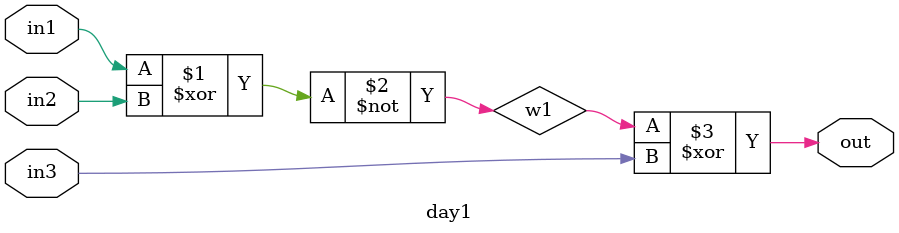
<source format=v>
module day1( input in1,
                   in2,
                   in3,
            output out);
wire w1;
  xnor a1(w1,in1,in2);
  xor a2(out,w1,in3);
endmodule


</source>
